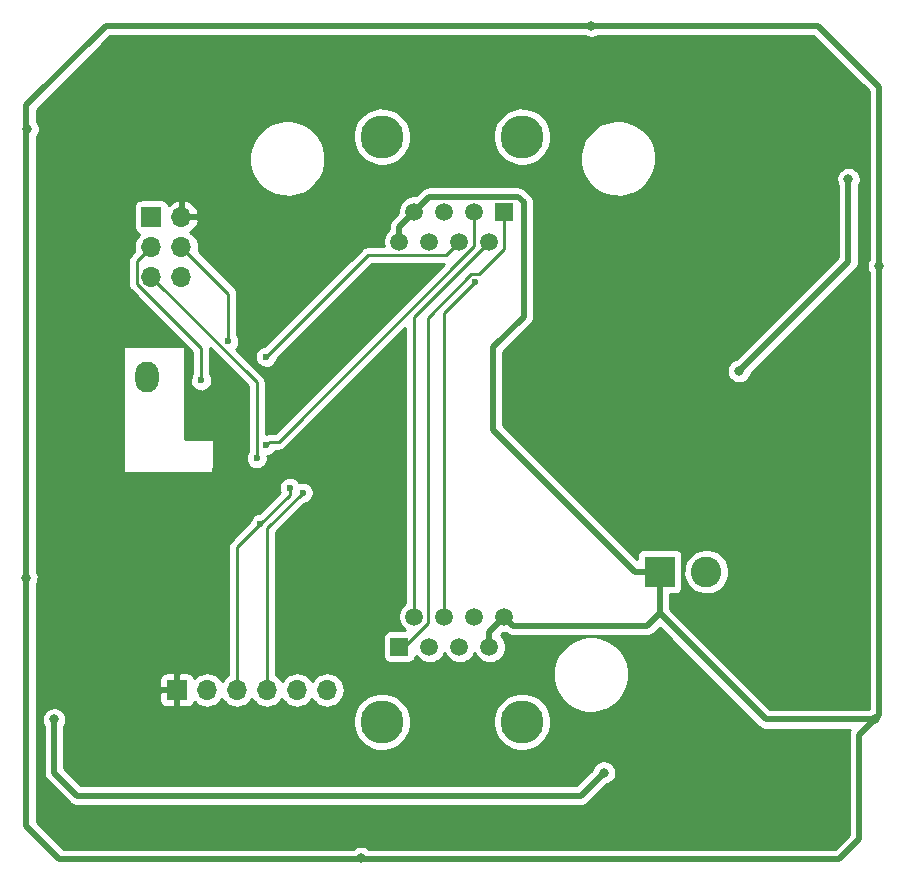
<source format=gbl>
G04 #@! TF.FileFunction,Copper,L2,Bot,Signal*
%FSLAX46Y46*%
G04 Gerber Fmt 4.6, Leading zero omitted, Abs format (unit mm)*
G04 Created by KiCad (PCBNEW 4.0.5) date Monday, April 17, 2017 'AMt' 08:56:10 AM*
%MOMM*%
%LPD*%
G01*
G04 APERTURE LIST*
%ADD10C,0.100000*%
%ADD11C,3.650000*%
%ADD12R,1.500000X1.500000*%
%ADD13C,1.500000*%
%ADD14O,2.000000X2.600000*%
%ADD15R,1.700000X1.700000*%
%ADD16O,1.700000X1.700000*%
%ADD17R,2.600000X2.600000*%
%ADD18C,2.600000*%
%ADD19C,0.600000*%
%ADD20C,0.800000*%
%ADD21C,0.500000*%
%ADD22C,0.250000*%
%ADD23C,0.254000*%
G04 APERTURE END LIST*
D10*
D11*
X132000000Y-63150000D03*
X143870000Y-63150000D03*
D12*
X142380000Y-69500000D03*
D13*
X141110000Y-72040000D03*
X139840000Y-69500000D03*
X138570000Y-72040000D03*
X137300000Y-69500000D03*
X136030000Y-72040000D03*
X134760000Y-69500000D03*
X133490000Y-72040000D03*
D14*
X112100000Y-83500000D03*
D11*
X143870000Y-112700000D03*
X132000000Y-112700000D03*
D12*
X133490000Y-106350000D03*
D13*
X134760000Y-103810000D03*
X136030000Y-106350000D03*
X137300000Y-103810000D03*
X138570000Y-106350000D03*
X139840000Y-103810000D03*
X141110000Y-106350000D03*
X142380000Y-103810000D03*
D15*
X112500000Y-69960000D03*
D16*
X115040000Y-69960000D03*
X112500000Y-72500000D03*
X115040000Y-72500000D03*
X112500000Y-75040000D03*
X115040000Y-75040000D03*
D15*
X114660000Y-110000000D03*
D16*
X117200000Y-110000000D03*
X119740000Y-110000000D03*
X122280000Y-110000000D03*
X124820000Y-110000000D03*
X127360000Y-110000000D03*
D17*
X155520000Y-99980000D03*
D18*
X159480000Y-99980000D03*
D19*
X127100000Y-87683473D03*
X157900000Y-92950000D03*
X117800000Y-86900000D03*
X127100000Y-101500000D03*
D20*
X173750000Y-112500000D03*
X149750000Y-53750000D03*
X101900000Y-100500000D03*
X102000000Y-62500000D03*
X130250000Y-124250000D03*
X174100000Y-74100000D03*
D19*
X139900000Y-75500000D03*
X122200000Y-81800000D03*
X122200000Y-89300000D03*
X121718357Y-95945572D03*
X124200000Y-92874989D03*
X125300000Y-93300000D03*
D20*
X162250000Y-83000000D03*
X171500000Y-66750000D03*
X104250000Y-112500000D03*
X150800000Y-117000000D03*
D19*
X121400000Y-90400000D03*
X119000000Y-80500000D03*
X116700000Y-83800000D03*
D21*
X133490000Y-72040000D02*
X133490000Y-70770000D01*
X133490000Y-70770000D02*
X134760000Y-69500000D01*
X173750000Y-112500000D02*
X164490000Y-112500000D01*
X164490000Y-112500000D02*
X155520000Y-103530000D01*
X141400000Y-87960000D02*
X153420000Y-99980000D01*
X153420000Y-99980000D02*
X155520000Y-99980000D01*
X142380000Y-103810000D02*
X143129999Y-104559999D01*
X143129999Y-104559999D02*
X154490001Y-104559999D01*
X154490001Y-104559999D02*
X155520000Y-103530000D01*
X155520000Y-99980000D02*
X155520000Y-103530000D01*
X101900000Y-109200000D02*
X101900000Y-100500000D01*
X101900000Y-100500000D02*
X101900000Y-64100000D01*
X144000000Y-68719998D02*
X144000000Y-78400000D01*
X144000000Y-78400000D02*
X141400000Y-81000000D01*
X134760000Y-69500000D02*
X136010001Y-68249999D01*
X136010001Y-68249999D02*
X143530001Y-68249999D01*
X143530001Y-68249999D02*
X144000000Y-68719998D01*
X174100000Y-58950000D02*
X168900000Y-53750000D01*
X168900000Y-53750000D02*
X146250000Y-53750000D01*
X174100000Y-74100000D02*
X174100000Y-58950000D01*
X101900000Y-60500000D02*
X108650000Y-53750000D01*
X108650000Y-53750000D02*
X146250000Y-53750000D01*
X101900000Y-64100000D02*
X101900000Y-60500000D01*
X104700000Y-124350000D02*
X101900000Y-121550000D01*
X101900000Y-121550000D02*
X101900000Y-109200000D01*
X129500000Y-124350000D02*
X104700000Y-124350000D01*
X172400000Y-115200000D02*
X172400000Y-122650000D01*
X172400000Y-122650000D02*
X170700000Y-124350000D01*
X129500000Y-124350000D02*
X170700000Y-124350000D01*
X174100000Y-112100000D02*
X174100000Y-74100000D01*
X172400000Y-113800000D02*
X174100000Y-112100000D01*
X172400000Y-115200000D02*
X172400000Y-113800000D01*
X141400000Y-81000000D02*
X141400000Y-87960000D01*
X141110000Y-106350000D02*
X141110000Y-105080000D01*
X141110000Y-105080000D02*
X142380000Y-103810000D01*
D22*
X133885002Y-106350000D02*
X133490000Y-106350000D01*
X135885001Y-104350001D02*
X133885002Y-106350000D01*
X135885001Y-78515995D02*
X135885001Y-104350001D01*
X139575998Y-74824998D02*
X135885001Y-78515995D01*
X140224002Y-74824998D02*
X139575998Y-74824998D01*
X142380000Y-72669000D02*
X140224002Y-74824998D01*
X142380000Y-69500000D02*
X142380000Y-72669000D01*
X134760000Y-78390000D02*
X141110000Y-72040000D01*
X134760000Y-103810000D02*
X134760000Y-78390000D01*
X137300000Y-103810000D02*
X137300000Y-78100000D01*
X137300000Y-78100000D02*
X139900000Y-75500000D01*
X122200000Y-81800000D02*
X130834999Y-73165001D01*
X137444999Y-73165001D02*
X138570000Y-72040000D01*
X130834999Y-73165001D02*
X137444999Y-73165001D01*
X122200000Y-89300000D02*
X122499999Y-89000001D01*
X122499999Y-89000001D02*
X123275001Y-89000001D01*
X123275001Y-89000001D02*
X139840000Y-72435002D01*
X139840000Y-72435002D02*
X139840000Y-69500000D01*
X119740000Y-110000000D02*
X119740000Y-97923929D01*
X124200000Y-92874989D02*
X124200000Y-93463929D01*
X124200000Y-93463929D02*
X121718357Y-95945572D01*
X119740000Y-97923929D02*
X121718357Y-95945572D01*
X122280000Y-110000000D02*
X122280000Y-96320000D01*
X122280000Y-96320000D02*
X125300000Y-93300000D01*
D21*
X171500000Y-66750000D02*
X171500000Y-73750000D01*
X171500000Y-73750000D02*
X162250000Y-83000000D01*
X104250000Y-112500000D02*
X104250000Y-117000000D01*
X104250000Y-117000000D02*
X106200000Y-118950000D01*
X148850000Y-118950000D02*
X106200000Y-118950000D01*
X148850000Y-118950000D02*
X150800000Y-117000000D01*
D22*
X112500000Y-75040000D02*
X121400000Y-83940000D01*
X121400000Y-83940000D02*
X121400000Y-90400000D01*
X119000000Y-80500000D02*
X119000000Y-76460000D01*
X119000000Y-76460000D02*
X115040000Y-72500000D01*
X116700000Y-83800000D02*
X116700000Y-81053002D01*
X116700000Y-81053002D02*
X111274999Y-75628001D01*
X111274999Y-75628001D02*
X111274999Y-73725001D01*
X111274999Y-73725001D02*
X112500000Y-72500000D01*
D23*
G36*
X149242622Y-54657846D02*
X149428620Y-54739106D01*
X149626859Y-54782692D01*
X149829788Y-54786943D01*
X150029679Y-54751697D01*
X150218916Y-54678296D01*
X150287140Y-54635000D01*
X168533420Y-54635000D01*
X173215000Y-59316579D01*
X173215000Y-73560466D01*
X173188634Y-73598972D01*
X173108674Y-73785533D01*
X173066473Y-73984071D01*
X173063639Y-74187026D01*
X173100280Y-74386665D01*
X173175000Y-74575386D01*
X173215000Y-74637454D01*
X173215000Y-111613133D01*
X173212147Y-111615000D01*
X164856579Y-111615000D01*
X156405000Y-103163420D01*
X156405000Y-101918072D01*
X156820000Y-101918072D01*
X156921121Y-101910008D01*
X157092634Y-101856894D01*
X157242559Y-101758100D01*
X157359025Y-101621450D01*
X157432810Y-101457763D01*
X157458072Y-101280000D01*
X157458072Y-100142700D01*
X157542456Y-100142700D01*
X157610958Y-100515939D01*
X157750652Y-100868764D01*
X157956215Y-101187737D01*
X158219820Y-101460707D01*
X158531424Y-101677277D01*
X158879159Y-101829199D01*
X159249780Y-101910685D01*
X159629170Y-101918632D01*
X160002878Y-101852738D01*
X160356670Y-101715511D01*
X160677069Y-101512179D01*
X160951873Y-101250487D01*
X161170614Y-100940402D01*
X161324959Y-100593736D01*
X161409031Y-100223693D01*
X161415083Y-99790263D01*
X161341377Y-99418017D01*
X161196771Y-99067177D01*
X160986773Y-98751106D01*
X160719384Y-98481843D01*
X160404786Y-98269644D01*
X160054964Y-98122592D01*
X159683241Y-98046288D01*
X159303777Y-98043639D01*
X158931026Y-98114745D01*
X158579184Y-98256899D01*
X158261655Y-98464684D01*
X157990532Y-98730188D01*
X157776142Y-99043296D01*
X157626651Y-99392083D01*
X157547754Y-99763264D01*
X157542456Y-100142700D01*
X157458072Y-100142700D01*
X157458072Y-98680000D01*
X157450008Y-98578879D01*
X157396894Y-98407366D01*
X157298100Y-98257441D01*
X157161450Y-98140975D01*
X156997763Y-98067190D01*
X156820000Y-98041928D01*
X154220000Y-98041928D01*
X154118879Y-98049992D01*
X153947366Y-98103106D01*
X153797441Y-98201900D01*
X153680975Y-98338550D01*
X153607190Y-98502237D01*
X153581928Y-98680000D01*
X153581928Y-98890349D01*
X142285000Y-87593420D01*
X142285000Y-83087026D01*
X161213639Y-83087026D01*
X161250280Y-83286665D01*
X161325000Y-83475386D01*
X161434953Y-83645999D01*
X161575950Y-83792006D01*
X161742622Y-83907846D01*
X161928620Y-83989106D01*
X162126859Y-84032692D01*
X162329788Y-84036943D01*
X162529679Y-84001697D01*
X162718916Y-83928296D01*
X162890293Y-83819537D01*
X163037281Y-83679563D01*
X163154282Y-83513703D01*
X163236839Y-83328278D01*
X163255518Y-83246062D01*
X172125789Y-74375790D01*
X172177669Y-74312630D01*
X172230225Y-74249996D01*
X172232468Y-74245915D01*
X172235420Y-74242322D01*
X172274013Y-74170347D01*
X172313435Y-74098639D01*
X172314844Y-74094198D01*
X172317040Y-74090102D01*
X172340921Y-74011994D01*
X172365661Y-73934002D01*
X172366180Y-73929375D01*
X172367540Y-73924927D01*
X172375795Y-73843651D01*
X172384914Y-73762357D01*
X172384977Y-73753254D01*
X172384994Y-73753090D01*
X172384980Y-73752937D01*
X172385000Y-73750000D01*
X172385000Y-67291037D01*
X172404282Y-67263703D01*
X172486839Y-67078278D01*
X172531807Y-66880348D01*
X172535044Y-66648513D01*
X172495620Y-66449405D01*
X172418273Y-66261746D01*
X172305948Y-66092684D01*
X172162926Y-65948660D01*
X171994653Y-65835158D01*
X171807539Y-65756503D01*
X171608710Y-65715689D01*
X171405741Y-65714272D01*
X171206363Y-65752306D01*
X171018168Y-65828341D01*
X170848327Y-65939482D01*
X170703308Y-66081496D01*
X170588634Y-66248972D01*
X170508674Y-66435533D01*
X170466473Y-66634071D01*
X170463639Y-66837026D01*
X170500280Y-67036665D01*
X170575000Y-67225386D01*
X170615000Y-67287454D01*
X170615000Y-73383421D01*
X162005485Y-81992935D01*
X161956363Y-82002306D01*
X161768168Y-82078341D01*
X161598327Y-82189482D01*
X161453308Y-82331496D01*
X161338634Y-82498972D01*
X161258674Y-82685533D01*
X161216473Y-82884071D01*
X161213639Y-83087026D01*
X142285000Y-83087026D01*
X142285000Y-81366580D01*
X144625789Y-79025790D01*
X144677691Y-78962603D01*
X144730225Y-78899996D01*
X144732466Y-78895919D01*
X144735421Y-78892322D01*
X144774034Y-78820308D01*
X144813435Y-78748639D01*
X144814844Y-78744198D01*
X144817040Y-78740102D01*
X144840917Y-78662006D01*
X144865661Y-78584002D01*
X144866180Y-78579374D01*
X144867540Y-78574926D01*
X144875795Y-78493656D01*
X144884914Y-78412357D01*
X144884977Y-78403254D01*
X144884994Y-78403090D01*
X144884980Y-78402937D01*
X144885000Y-78400000D01*
X144885000Y-68719998D01*
X144877023Y-68638642D01*
X144869898Y-68557202D01*
X144868599Y-68552731D01*
X144868145Y-68548101D01*
X144844525Y-68469867D01*
X144821710Y-68391338D01*
X144819568Y-68387205D01*
X144818223Y-68382751D01*
X144779865Y-68310610D01*
X144742224Y-68237992D01*
X144739318Y-68234352D01*
X144737135Y-68230246D01*
X144685493Y-68166927D01*
X144634466Y-68103007D01*
X144628077Y-68096528D01*
X144627970Y-68096397D01*
X144627849Y-68096297D01*
X144625790Y-68094209D01*
X144155791Y-67624209D01*
X144092575Y-67572283D01*
X144029997Y-67519774D01*
X144025920Y-67517533D01*
X144022323Y-67514578D01*
X143950293Y-67475956D01*
X143878640Y-67436564D01*
X143874201Y-67435156D01*
X143870102Y-67432958D01*
X143791975Y-67409072D01*
X143714003Y-67384338D01*
X143709375Y-67383819D01*
X143704927Y-67382459D01*
X143623662Y-67374205D01*
X143542358Y-67365085D01*
X143533254Y-67365022D01*
X143533090Y-67365005D01*
X143532937Y-67365019D01*
X143530001Y-67364999D01*
X136010001Y-67364999D01*
X135928600Y-67372981D01*
X135847204Y-67380102D01*
X135842737Y-67381400D01*
X135838104Y-67381854D01*
X135759853Y-67405479D01*
X135681340Y-67428289D01*
X135677206Y-67430432D01*
X135672754Y-67431776D01*
X135600631Y-67470124D01*
X135527995Y-67507775D01*
X135524355Y-67510681D01*
X135520249Y-67512864D01*
X135456930Y-67564506D01*
X135393010Y-67615533D01*
X135386531Y-67621922D01*
X135386400Y-67622029D01*
X135386300Y-67622150D01*
X135384211Y-67624210D01*
X134892588Y-68115833D01*
X134633867Y-68114027D01*
X134367065Y-68164922D01*
X134115230Y-68266670D01*
X133887955Y-68415395D01*
X133693895Y-68605432D01*
X133540443Y-68829543D01*
X133433444Y-69079192D01*
X133376972Y-69344869D01*
X133373180Y-69616455D01*
X133376093Y-69632327D01*
X132864210Y-70144210D01*
X132812284Y-70207426D01*
X132759775Y-70270004D01*
X132757534Y-70274081D01*
X132754579Y-70277678D01*
X132715957Y-70349708D01*
X132676565Y-70421361D01*
X132675157Y-70425800D01*
X132672959Y-70429899D01*
X132649073Y-70508026D01*
X132624339Y-70585998D01*
X132623820Y-70590626D01*
X132622460Y-70595074D01*
X132614206Y-70676339D01*
X132605086Y-70757643D01*
X132605023Y-70766747D01*
X132605006Y-70766911D01*
X132605020Y-70767064D01*
X132605000Y-70770000D01*
X132605000Y-70968081D01*
X132423895Y-71145432D01*
X132270443Y-71369543D01*
X132163444Y-71619192D01*
X132106972Y-71884869D01*
X132103180Y-72156455D01*
X132148797Y-72405001D01*
X130834999Y-72405001D01*
X130765118Y-72411853D01*
X130695196Y-72417970D01*
X130691358Y-72419085D01*
X130687381Y-72419475D01*
X130620211Y-72439755D01*
X130552760Y-72459351D01*
X130549209Y-72461192D01*
X130545386Y-72462346D01*
X130483425Y-72495291D01*
X130421074Y-72527611D01*
X130417951Y-72530104D01*
X130414421Y-72531981D01*
X130360012Y-72576356D01*
X130305153Y-72620149D01*
X130299593Y-72625632D01*
X130299477Y-72625727D01*
X130299388Y-72625835D01*
X130297598Y-72627600D01*
X122048128Y-80877070D01*
X121934733Y-80898701D01*
X121764722Y-80967390D01*
X121611291Y-81067793D01*
X121480283Y-81196086D01*
X121376689Y-81347381D01*
X121304454Y-81515916D01*
X121266331Y-81695272D01*
X121263771Y-81878617D01*
X121296872Y-82058968D01*
X121364372Y-82229454D01*
X121463701Y-82383583D01*
X121591076Y-82515484D01*
X121741644Y-82620131D01*
X121909671Y-82693540D01*
X122088757Y-82732915D01*
X122272079Y-82736755D01*
X122452657Y-82704914D01*
X122623610Y-82638606D01*
X122778429Y-82540355D01*
X122911215Y-82413904D01*
X123016911Y-82264070D01*
X123091492Y-82096560D01*
X123124786Y-81950016D01*
X131149801Y-73925001D01*
X137275199Y-73925001D01*
X122960199Y-88240001D01*
X122499999Y-88240001D01*
X122430118Y-88246853D01*
X122360196Y-88252970D01*
X122356358Y-88254085D01*
X122352381Y-88254475D01*
X122285211Y-88274755D01*
X122217760Y-88294351D01*
X122214209Y-88296192D01*
X122210386Y-88297346D01*
X122160000Y-88324137D01*
X122160000Y-83940000D01*
X122153148Y-83870119D01*
X122147031Y-83800197D01*
X122145916Y-83796359D01*
X122145526Y-83792382D01*
X122125246Y-83725212D01*
X122105650Y-83657761D01*
X122103809Y-83654210D01*
X122102655Y-83650387D01*
X122069710Y-83588426D01*
X122037390Y-83526075D01*
X122034897Y-83522952D01*
X122033020Y-83519422D01*
X121988645Y-83465013D01*
X121944852Y-83410154D01*
X121939369Y-83404594D01*
X121939274Y-83404478D01*
X121939166Y-83404389D01*
X121937401Y-83402599D01*
X119679197Y-81144395D01*
X119711215Y-81113904D01*
X119816911Y-80964070D01*
X119891492Y-80796560D01*
X119932116Y-80617754D01*
X119935040Y-80408319D01*
X119899425Y-80228448D01*
X119829550Y-80058920D01*
X119760000Y-79954238D01*
X119760000Y-76460000D01*
X119753148Y-76390119D01*
X119747031Y-76320197D01*
X119745916Y-76316359D01*
X119745526Y-76312382D01*
X119725246Y-76245212D01*
X119705650Y-76177761D01*
X119703809Y-76174210D01*
X119702655Y-76170387D01*
X119669710Y-76108426D01*
X119637390Y-76046075D01*
X119634897Y-76042952D01*
X119633020Y-76039422D01*
X119588645Y-75985013D01*
X119544852Y-75930154D01*
X119539369Y-75924594D01*
X119539274Y-75924478D01*
X119539166Y-75924389D01*
X119537401Y-75922599D01*
X116480946Y-72866144D01*
X116501854Y-72798601D01*
X116532149Y-72510367D01*
X116505882Y-72221739D01*
X116424053Y-71943709D01*
X116289780Y-71686869D01*
X116108177Y-71461000D01*
X115886161Y-71274706D01*
X115800111Y-71227400D01*
X115921355Y-71155178D01*
X116137588Y-70960269D01*
X116311641Y-70726920D01*
X116436825Y-70464099D01*
X116481476Y-70316890D01*
X116360155Y-70087000D01*
X115167000Y-70087000D01*
X115167000Y-70107000D01*
X114913000Y-70107000D01*
X114913000Y-70087000D01*
X114893000Y-70087000D01*
X114893000Y-69833000D01*
X114913000Y-69833000D01*
X114913000Y-68639186D01*
X115167000Y-68639186D01*
X115167000Y-69833000D01*
X116360155Y-69833000D01*
X116481476Y-69603110D01*
X116436825Y-69455901D01*
X116311641Y-69193080D01*
X116137588Y-68959731D01*
X115921355Y-68764822D01*
X115671252Y-68615843D01*
X115396891Y-68518519D01*
X115167000Y-68639186D01*
X114913000Y-68639186D01*
X114683109Y-68518519D01*
X114408748Y-68615843D01*
X114158645Y-68764822D01*
X113959905Y-68943963D01*
X113926894Y-68837366D01*
X113828100Y-68687441D01*
X113691450Y-68570975D01*
X113527763Y-68497190D01*
X113350000Y-68471928D01*
X111650000Y-68471928D01*
X111548879Y-68479992D01*
X111377366Y-68533106D01*
X111227441Y-68631900D01*
X111110975Y-68768550D01*
X111037190Y-68932237D01*
X111011928Y-69110000D01*
X111011928Y-70810000D01*
X111019992Y-70911121D01*
X111073106Y-71082634D01*
X111171900Y-71232559D01*
X111308550Y-71349025D01*
X111472237Y-71422810D01*
X111474776Y-71423171D01*
X111446433Y-71446287D01*
X111261694Y-71669599D01*
X111123848Y-71924539D01*
X111038146Y-72201399D01*
X111007851Y-72489633D01*
X111034118Y-72778261D01*
X111059772Y-72865426D01*
X110737598Y-73187600D01*
X110693031Y-73241856D01*
X110647913Y-73295626D01*
X110645988Y-73299127D01*
X110643451Y-73302216D01*
X110610286Y-73364068D01*
X110576456Y-73425605D01*
X110575247Y-73429417D01*
X110573360Y-73432936D01*
X110552847Y-73500032D01*
X110531607Y-73566988D01*
X110531161Y-73570960D01*
X110529993Y-73574782D01*
X110522896Y-73644650D01*
X110515073Y-73714390D01*
X110515019Y-73722195D01*
X110515003Y-73722348D01*
X110515017Y-73722491D01*
X110514999Y-73725001D01*
X110514999Y-75628001D01*
X110521850Y-75697878D01*
X110527968Y-75767804D01*
X110529083Y-75771642D01*
X110529473Y-75775619D01*
X110549763Y-75842822D01*
X110569350Y-75910241D01*
X110571189Y-75913789D01*
X110572344Y-75917614D01*
X110605298Y-75979592D01*
X110637609Y-76041926D01*
X110640102Y-76045049D01*
X110641979Y-76048579D01*
X110686354Y-76102988D01*
X110730147Y-76157847D01*
X110735630Y-76163407D01*
X110735725Y-76163523D01*
X110735833Y-76163612D01*
X110737598Y-76165402D01*
X115940000Y-81367804D01*
X115940000Y-83254918D01*
X115876689Y-83347381D01*
X115804454Y-83515916D01*
X115766331Y-83695272D01*
X115763771Y-83878617D01*
X115796872Y-84058968D01*
X115864372Y-84229454D01*
X115963701Y-84383583D01*
X116091076Y-84515484D01*
X116241644Y-84620131D01*
X116409671Y-84693540D01*
X116588757Y-84732915D01*
X116772079Y-84736755D01*
X116952657Y-84704914D01*
X117123610Y-84638606D01*
X117278429Y-84540355D01*
X117411215Y-84413904D01*
X117516911Y-84264070D01*
X117591492Y-84096560D01*
X117632116Y-83917754D01*
X117635040Y-83708319D01*
X117599425Y-83528448D01*
X117529550Y-83358920D01*
X117460000Y-83254238D01*
X117460000Y-81074802D01*
X120640000Y-84254802D01*
X120640000Y-89854918D01*
X120576689Y-89947381D01*
X120504454Y-90115916D01*
X120466331Y-90295272D01*
X120463771Y-90478617D01*
X120496872Y-90658968D01*
X120564372Y-90829454D01*
X120663701Y-90983583D01*
X120791076Y-91115484D01*
X120941644Y-91220131D01*
X121109671Y-91293540D01*
X121288757Y-91332915D01*
X121472079Y-91336755D01*
X121652657Y-91304914D01*
X121823610Y-91238606D01*
X121978429Y-91140355D01*
X122111215Y-91013904D01*
X122216911Y-90864070D01*
X122291492Y-90696560D01*
X122332116Y-90517754D01*
X122335040Y-90308319D01*
X122319224Y-90228442D01*
X122452657Y-90204914D01*
X122623610Y-90138606D01*
X122778429Y-90040355D01*
X122911215Y-89913904D01*
X123016911Y-89764070D01*
X123018723Y-89760001D01*
X123275001Y-89760001D01*
X123344878Y-89753150D01*
X123414804Y-89747032D01*
X123418642Y-89745917D01*
X123422619Y-89745527D01*
X123489822Y-89725237D01*
X123557241Y-89705650D01*
X123560789Y-89703811D01*
X123564614Y-89702656D01*
X123626592Y-89669702D01*
X123688926Y-89637391D01*
X123692049Y-89634898D01*
X123695579Y-89633021D01*
X123749988Y-89588646D01*
X123804847Y-89544853D01*
X123810407Y-89539370D01*
X123810523Y-89539275D01*
X123810612Y-89539167D01*
X123812402Y-89537402D01*
X134000000Y-79349804D01*
X134000000Y-102652075D01*
X133887955Y-102725395D01*
X133693895Y-102915432D01*
X133540443Y-103139543D01*
X133433444Y-103389192D01*
X133376972Y-103654869D01*
X133373180Y-103926455D01*
X133422211Y-104193605D01*
X133522198Y-104446144D01*
X133669333Y-104674452D01*
X133858011Y-104869834D01*
X133990517Y-104961928D01*
X132740000Y-104961928D01*
X132638879Y-104969992D01*
X132467366Y-105023106D01*
X132317441Y-105121900D01*
X132200975Y-105258550D01*
X132127190Y-105422237D01*
X132101928Y-105600000D01*
X132101928Y-107100000D01*
X132109992Y-107201121D01*
X132163106Y-107372634D01*
X132261900Y-107522559D01*
X132398550Y-107639025D01*
X132562237Y-107712810D01*
X132740000Y-107738072D01*
X134240000Y-107738072D01*
X134341121Y-107730008D01*
X134512634Y-107676894D01*
X134662559Y-107578100D01*
X134779025Y-107441450D01*
X134852810Y-107277763D01*
X134875814Y-107115890D01*
X134939333Y-107214452D01*
X135128011Y-107409834D01*
X135351045Y-107564847D01*
X135599941Y-107673586D01*
X135865217Y-107731911D01*
X136136770Y-107737599D01*
X136404256Y-107690434D01*
X136657487Y-107592213D01*
X136886817Y-107446675D01*
X137083511Y-107259366D01*
X137240077Y-107037419D01*
X137299583Y-106903767D01*
X137332198Y-106986144D01*
X137479333Y-107214452D01*
X137668011Y-107409834D01*
X137891045Y-107564847D01*
X138139941Y-107673586D01*
X138405217Y-107731911D01*
X138676770Y-107737599D01*
X138944256Y-107690434D01*
X139197487Y-107592213D01*
X139426817Y-107446675D01*
X139623511Y-107259366D01*
X139780077Y-107037419D01*
X139839583Y-106903767D01*
X139872198Y-106986144D01*
X140019333Y-107214452D01*
X140208011Y-107409834D01*
X140431045Y-107564847D01*
X140679941Y-107673586D01*
X140945217Y-107731911D01*
X141216770Y-107737599D01*
X141484256Y-107690434D01*
X141737487Y-107592213D01*
X141966817Y-107446675D01*
X142163511Y-107259366D01*
X142320077Y-107037419D01*
X142430552Y-106789289D01*
X142490727Y-106524426D01*
X142495059Y-106214194D01*
X142442303Y-105947754D01*
X142338799Y-105696636D01*
X142188491Y-105470404D01*
X142080213Y-105361367D01*
X142248962Y-105192618D01*
X142486770Y-105197599D01*
X142512965Y-105192980D01*
X142567401Y-105237695D01*
X142630003Y-105290224D01*
X142634080Y-105292465D01*
X142637677Y-105295420D01*
X142709707Y-105334042D01*
X142781360Y-105373434D01*
X142785799Y-105374842D01*
X142789898Y-105377040D01*
X142868025Y-105400926D01*
X142945997Y-105425660D01*
X142950625Y-105426179D01*
X142955073Y-105427539D01*
X143036383Y-105435798D01*
X143117642Y-105444913D01*
X143126736Y-105444976D01*
X143126910Y-105444994D01*
X143127073Y-105444979D01*
X143129999Y-105444999D01*
X154490001Y-105444999D01*
X154571357Y-105437022D01*
X154652797Y-105429897D01*
X154657268Y-105428598D01*
X154661898Y-105428144D01*
X154740132Y-105404524D01*
X154818661Y-105381709D01*
X154822794Y-105379567D01*
X154827248Y-105378222D01*
X154899389Y-105339864D01*
X154972007Y-105302223D01*
X154975647Y-105299317D01*
X154979753Y-105297134D01*
X155043072Y-105245492D01*
X155106992Y-105194465D01*
X155113475Y-105188072D01*
X155113602Y-105187969D01*
X155113699Y-105187852D01*
X155115791Y-105185789D01*
X155520000Y-104781580D01*
X163864211Y-113125790D01*
X163927380Y-113177677D01*
X163990004Y-113230225D01*
X163994084Y-113232468D01*
X163997679Y-113235421D01*
X164069687Y-113274032D01*
X164141361Y-113313435D01*
X164145800Y-113314843D01*
X164149899Y-113317041D01*
X164228026Y-113340927D01*
X164305998Y-113365661D01*
X164310626Y-113366180D01*
X164315074Y-113367540D01*
X164396384Y-113375799D01*
X164477643Y-113384914D01*
X164486737Y-113384977D01*
X164486911Y-113384995D01*
X164487074Y-113384980D01*
X164490000Y-113385000D01*
X171623048Y-113385000D01*
X171586565Y-113451361D01*
X171585157Y-113455800D01*
X171582959Y-113459899D01*
X171559073Y-113538026D01*
X171534339Y-113615998D01*
X171533820Y-113620626D01*
X171532460Y-113625074D01*
X171524206Y-113706339D01*
X171515086Y-113787643D01*
X171515023Y-113796747D01*
X171515006Y-113796911D01*
X171515020Y-113797064D01*
X171515000Y-113800000D01*
X171515000Y-122283421D01*
X170333420Y-123465000D01*
X130929152Y-123465000D01*
X130912926Y-123448660D01*
X130744653Y-123335158D01*
X130557539Y-123256503D01*
X130358710Y-123215689D01*
X130155741Y-123214272D01*
X129956363Y-123252306D01*
X129768168Y-123328341D01*
X129598327Y-123439482D01*
X129572269Y-123465000D01*
X105066579Y-123465000D01*
X102785000Y-121183420D01*
X102785000Y-112587026D01*
X103213639Y-112587026D01*
X103250280Y-112786665D01*
X103325000Y-112975386D01*
X103365000Y-113037454D01*
X103365000Y-117000000D01*
X103372977Y-117081356D01*
X103380102Y-117162796D01*
X103381401Y-117167267D01*
X103381855Y-117171897D01*
X103405475Y-117250131D01*
X103428290Y-117328660D01*
X103430432Y-117332793D01*
X103431777Y-117337247D01*
X103470135Y-117409388D01*
X103507776Y-117482006D01*
X103510682Y-117485646D01*
X103512865Y-117489752D01*
X103564507Y-117553071D01*
X103615534Y-117616991D01*
X103621927Y-117623474D01*
X103622030Y-117623601D01*
X103622147Y-117623698D01*
X103624210Y-117625790D01*
X105574210Y-119575789D01*
X105637370Y-119627669D01*
X105700004Y-119680225D01*
X105704085Y-119682468D01*
X105707678Y-119685420D01*
X105779653Y-119724013D01*
X105851361Y-119763435D01*
X105855802Y-119764844D01*
X105859898Y-119767040D01*
X105938006Y-119790921D01*
X106015998Y-119815661D01*
X106020625Y-119816180D01*
X106025073Y-119817540D01*
X106106349Y-119825795D01*
X106187643Y-119834914D01*
X106196746Y-119834977D01*
X106196910Y-119834994D01*
X106197063Y-119834980D01*
X106200000Y-119835000D01*
X148850000Y-119835000D01*
X148931356Y-119827023D01*
X149012796Y-119819898D01*
X149017267Y-119818599D01*
X149021897Y-119818145D01*
X149100131Y-119794525D01*
X149178660Y-119771710D01*
X149182793Y-119769568D01*
X149187247Y-119768223D01*
X149259388Y-119729865D01*
X149332006Y-119692224D01*
X149335646Y-119689318D01*
X149339752Y-119687135D01*
X149403071Y-119635493D01*
X149466991Y-119584466D01*
X149473474Y-119578073D01*
X149473601Y-119577970D01*
X149473698Y-119577853D01*
X149475790Y-119575790D01*
X151043504Y-118008076D01*
X151079679Y-118001697D01*
X151268916Y-117928296D01*
X151440293Y-117819537D01*
X151587281Y-117679563D01*
X151704282Y-117513703D01*
X151786839Y-117328278D01*
X151831807Y-117130348D01*
X151835044Y-116898513D01*
X151795620Y-116699405D01*
X151718273Y-116511746D01*
X151605948Y-116342684D01*
X151462926Y-116198660D01*
X151294653Y-116085158D01*
X151107539Y-116006503D01*
X150908710Y-115965689D01*
X150705741Y-115964272D01*
X150506363Y-116002306D01*
X150318168Y-116078341D01*
X150148327Y-116189482D01*
X150003308Y-116331496D01*
X149888634Y-116498972D01*
X149808674Y-116685533D01*
X149794040Y-116754381D01*
X148483420Y-118065000D01*
X106566579Y-118065000D01*
X105135000Y-116633420D01*
X105135000Y-113041037D01*
X105154282Y-113013703D01*
X105201858Y-112906844D01*
X129536766Y-112906844D01*
X129623854Y-113381349D01*
X129801449Y-113829902D01*
X130062786Y-114235417D01*
X130397910Y-114582449D01*
X130794058Y-114857779D01*
X131236140Y-115050919D01*
X131707317Y-115154514D01*
X132189642Y-115164618D01*
X132664744Y-115080844D01*
X133114526Y-114906386D01*
X133521855Y-114647886D01*
X133871218Y-114315192D01*
X134149307Y-113920976D01*
X134345529Y-113480254D01*
X134452411Y-113009812D01*
X134453848Y-112906844D01*
X141406766Y-112906844D01*
X141493854Y-113381349D01*
X141671449Y-113829902D01*
X141932786Y-114235417D01*
X142267910Y-114582449D01*
X142664058Y-114857779D01*
X143106140Y-115050919D01*
X143577317Y-115154514D01*
X144059642Y-115164618D01*
X144534744Y-115080844D01*
X144984526Y-114906386D01*
X145391855Y-114647886D01*
X145741218Y-114315192D01*
X146019307Y-113920976D01*
X146215529Y-113480254D01*
X146322411Y-113009812D01*
X146330106Y-112458785D01*
X146236401Y-111985541D01*
X146052561Y-111539512D01*
X145785588Y-111137685D01*
X145445650Y-110795366D01*
X145045697Y-110525594D01*
X144600962Y-110338645D01*
X144128384Y-110241638D01*
X143645965Y-110238270D01*
X143172079Y-110328669D01*
X142724777Y-110509391D01*
X142321096Y-110773552D01*
X141976412Y-111111091D01*
X141703855Y-111509152D01*
X141513805Y-111952571D01*
X141413502Y-112424460D01*
X141406766Y-112906844D01*
X134453848Y-112906844D01*
X134460106Y-112458785D01*
X134366401Y-111985541D01*
X134182561Y-111539512D01*
X133915588Y-111137685D01*
X133575650Y-110795366D01*
X133175697Y-110525594D01*
X132730962Y-110338645D01*
X132258384Y-110241638D01*
X131775965Y-110238270D01*
X131302079Y-110328669D01*
X130854777Y-110509391D01*
X130451096Y-110773552D01*
X130106412Y-111111091D01*
X129833855Y-111509152D01*
X129643805Y-111952571D01*
X129543502Y-112424460D01*
X129536766Y-112906844D01*
X105201858Y-112906844D01*
X105236839Y-112828278D01*
X105281807Y-112630348D01*
X105285044Y-112398513D01*
X105245620Y-112199405D01*
X105168273Y-112011746D01*
X105055948Y-111842684D01*
X104912926Y-111698660D01*
X104744653Y-111585158D01*
X104557539Y-111506503D01*
X104358710Y-111465689D01*
X104155741Y-111464272D01*
X103956363Y-111502306D01*
X103768168Y-111578341D01*
X103598327Y-111689482D01*
X103453308Y-111831496D01*
X103338634Y-111998972D01*
X103258674Y-112185533D01*
X103216473Y-112384071D01*
X103213639Y-112587026D01*
X102785000Y-112587026D01*
X102785000Y-110285750D01*
X113175000Y-110285750D01*
X113175000Y-110912542D01*
X113199403Y-111035223D01*
X113247270Y-111150785D01*
X113316763Y-111254789D01*
X113405211Y-111343237D01*
X113509215Y-111412730D01*
X113624777Y-111460597D01*
X113747458Y-111485000D01*
X114374250Y-111485000D01*
X114533000Y-111326250D01*
X114533000Y-110127000D01*
X113333750Y-110127000D01*
X113175000Y-110285750D01*
X102785000Y-110285750D01*
X102785000Y-109087458D01*
X113175000Y-109087458D01*
X113175000Y-109714250D01*
X113333750Y-109873000D01*
X114533000Y-109873000D01*
X114533000Y-108673750D01*
X114787000Y-108673750D01*
X114787000Y-109873000D01*
X114807000Y-109873000D01*
X114807000Y-110127000D01*
X114787000Y-110127000D01*
X114787000Y-111326250D01*
X114945750Y-111485000D01*
X115572542Y-111485000D01*
X115695223Y-111460597D01*
X115810785Y-111412730D01*
X115914789Y-111343237D01*
X116003237Y-111254789D01*
X116072730Y-111150785D01*
X116120597Y-111035223D01*
X116122701Y-111024647D01*
X116146287Y-111053567D01*
X116369599Y-111238306D01*
X116624539Y-111376152D01*
X116901399Y-111461854D01*
X117189633Y-111492149D01*
X117478261Y-111465882D01*
X117756291Y-111384053D01*
X118013131Y-111249780D01*
X118239000Y-111068177D01*
X118425294Y-110846161D01*
X118469498Y-110765753D01*
X118503112Y-110828971D01*
X118686287Y-111053567D01*
X118909599Y-111238306D01*
X119164539Y-111376152D01*
X119441399Y-111461854D01*
X119729633Y-111492149D01*
X120018261Y-111465882D01*
X120296291Y-111384053D01*
X120553131Y-111249780D01*
X120779000Y-111068177D01*
X120965294Y-110846161D01*
X121009498Y-110765753D01*
X121043112Y-110828971D01*
X121226287Y-111053567D01*
X121449599Y-111238306D01*
X121704539Y-111376152D01*
X121981399Y-111461854D01*
X122269633Y-111492149D01*
X122558261Y-111465882D01*
X122836291Y-111384053D01*
X123093131Y-111249780D01*
X123319000Y-111068177D01*
X123505294Y-110846161D01*
X123549498Y-110765753D01*
X123583112Y-110828971D01*
X123766287Y-111053567D01*
X123989599Y-111238306D01*
X124244539Y-111376152D01*
X124521399Y-111461854D01*
X124809633Y-111492149D01*
X125098261Y-111465882D01*
X125376291Y-111384053D01*
X125633131Y-111249780D01*
X125859000Y-111068177D01*
X126045294Y-110846161D01*
X126089498Y-110765753D01*
X126123112Y-110828971D01*
X126306287Y-111053567D01*
X126529599Y-111238306D01*
X126784539Y-111376152D01*
X127061399Y-111461854D01*
X127349633Y-111492149D01*
X127638261Y-111465882D01*
X127916291Y-111384053D01*
X128173131Y-111249780D01*
X128399000Y-111068177D01*
X128585294Y-110846161D01*
X128724916Y-110592189D01*
X128812549Y-110315934D01*
X128844855Y-110027919D01*
X128845000Y-110007185D01*
X128845000Y-109992815D01*
X128816718Y-109704377D01*
X128732951Y-109426925D01*
X128596888Y-109171029D01*
X128434023Y-108971335D01*
X146468758Y-108971335D01*
X146582999Y-109593786D01*
X146815966Y-110182192D01*
X147158785Y-110714142D01*
X147598397Y-111169375D01*
X148118059Y-111530549D01*
X148697977Y-111783909D01*
X149316062Y-111919804D01*
X149948770Y-111933057D01*
X150572003Y-111823164D01*
X151162022Y-111594311D01*
X151696353Y-111255215D01*
X152154643Y-110818791D01*
X152519436Y-110301663D01*
X152776839Y-109723528D01*
X152917045Y-109106407D01*
X152927138Y-108383576D01*
X152804218Y-107762781D01*
X152563058Y-107177685D01*
X152212846Y-106650573D01*
X151766920Y-106201523D01*
X151242266Y-105847639D01*
X150658867Y-105602401D01*
X150038945Y-105475149D01*
X149406114Y-105470731D01*
X148784476Y-105589315D01*
X148197710Y-105826384D01*
X147668166Y-106172908D01*
X147216014Y-106615688D01*
X146858476Y-107137859D01*
X146609171Y-107719531D01*
X146477594Y-108338549D01*
X146468758Y-108971335D01*
X128434023Y-108971335D01*
X128413713Y-108946433D01*
X128190401Y-108761694D01*
X127935461Y-108623848D01*
X127658601Y-108538146D01*
X127370367Y-108507851D01*
X127081739Y-108534118D01*
X126803709Y-108615947D01*
X126546869Y-108750220D01*
X126321000Y-108931823D01*
X126134706Y-109153839D01*
X126090502Y-109234247D01*
X126056888Y-109171029D01*
X125873713Y-108946433D01*
X125650401Y-108761694D01*
X125395461Y-108623848D01*
X125118601Y-108538146D01*
X124830367Y-108507851D01*
X124541739Y-108534118D01*
X124263709Y-108615947D01*
X124006869Y-108750220D01*
X123781000Y-108931823D01*
X123594706Y-109153839D01*
X123550502Y-109234247D01*
X123516888Y-109171029D01*
X123333713Y-108946433D01*
X123110401Y-108761694D01*
X123040000Y-108723628D01*
X123040000Y-96634802D01*
X125452169Y-94222633D01*
X125552657Y-94204914D01*
X125723610Y-94138606D01*
X125878429Y-94040355D01*
X126011215Y-93913904D01*
X126116911Y-93764070D01*
X126191492Y-93596560D01*
X126232116Y-93417754D01*
X126235040Y-93208319D01*
X126199425Y-93028448D01*
X126129550Y-92858920D01*
X126028079Y-92706193D01*
X125898875Y-92576084D01*
X125746860Y-92473549D01*
X125577825Y-92402493D01*
X125398207Y-92365623D01*
X125214849Y-92364343D01*
X125034733Y-92398701D01*
X125012205Y-92407803D01*
X124928079Y-92281182D01*
X124798875Y-92151073D01*
X124646860Y-92048538D01*
X124477825Y-91977482D01*
X124298207Y-91940612D01*
X124114849Y-91939332D01*
X123934733Y-91973690D01*
X123764722Y-92042379D01*
X123611291Y-92142782D01*
X123480283Y-92271075D01*
X123376689Y-92422370D01*
X123304454Y-92590905D01*
X123266331Y-92770261D01*
X123263771Y-92953606D01*
X123296872Y-93133957D01*
X123341770Y-93247357D01*
X121566485Y-95022642D01*
X121453090Y-95044273D01*
X121283079Y-95112962D01*
X121129648Y-95213365D01*
X120998640Y-95341658D01*
X120895046Y-95492953D01*
X120822811Y-95661488D01*
X120794515Y-95794612D01*
X119202599Y-97386528D01*
X119158032Y-97440784D01*
X119112914Y-97494554D01*
X119110989Y-97498055D01*
X119108452Y-97501144D01*
X119075287Y-97562996D01*
X119041457Y-97624533D01*
X119040248Y-97628345D01*
X119038361Y-97631864D01*
X119017848Y-97698960D01*
X118996608Y-97765916D01*
X118996162Y-97769888D01*
X118994994Y-97773710D01*
X118987897Y-97843578D01*
X118980074Y-97913318D01*
X118980020Y-97921123D01*
X118980004Y-97921276D01*
X118980018Y-97921419D01*
X118980000Y-97923929D01*
X118980000Y-108722444D01*
X118926869Y-108750220D01*
X118701000Y-108931823D01*
X118514706Y-109153839D01*
X118470502Y-109234247D01*
X118436888Y-109171029D01*
X118253713Y-108946433D01*
X118030401Y-108761694D01*
X117775461Y-108623848D01*
X117498601Y-108538146D01*
X117210367Y-108507851D01*
X116921739Y-108534118D01*
X116643709Y-108615947D01*
X116386869Y-108750220D01*
X116161000Y-108931823D01*
X116123041Y-108977061D01*
X116120597Y-108964777D01*
X116072730Y-108849215D01*
X116003237Y-108745211D01*
X115914789Y-108656763D01*
X115810785Y-108587270D01*
X115695223Y-108539403D01*
X115572542Y-108515000D01*
X114945750Y-108515000D01*
X114787000Y-108673750D01*
X114533000Y-108673750D01*
X114374250Y-108515000D01*
X113747458Y-108515000D01*
X113624777Y-108539403D01*
X113509215Y-108587270D01*
X113405211Y-108656763D01*
X113316763Y-108745211D01*
X113247270Y-108849215D01*
X113199403Y-108964777D01*
X113175000Y-109087458D01*
X102785000Y-109087458D01*
X102785000Y-101041037D01*
X102804282Y-101013703D01*
X102886839Y-100828278D01*
X102931807Y-100630348D01*
X102935044Y-100398513D01*
X102895620Y-100199405D01*
X102818273Y-100011746D01*
X102785000Y-99961666D01*
X102785000Y-81000000D01*
X110123000Y-81000000D01*
X110123000Y-91500000D01*
X110131601Y-91545942D01*
X110158803Y-91588386D01*
X110200375Y-91616903D01*
X110249767Y-91627000D01*
X117594296Y-91640473D01*
X117624203Y-91636958D01*
X117669908Y-91615684D01*
X117703735Y-91578304D01*
X117720354Y-91530709D01*
X117820354Y-90800709D01*
X117821529Y-90783473D01*
X117821529Y-88883473D01*
X117812721Y-88837002D01*
X117785330Y-88794680D01*
X117743630Y-88766349D01*
X117694194Y-88756473D01*
X115347000Y-88762664D01*
X115347000Y-81020000D01*
X115338499Y-80974317D01*
X115311390Y-80931814D01*
X115269881Y-80903206D01*
X115220511Y-80893001D01*
X110250511Y-80873001D01*
X110203841Y-80881685D01*
X110161447Y-80908965D01*
X110133006Y-80950590D01*
X110123000Y-81000000D01*
X102785000Y-81000000D01*
X102785000Y-65271335D01*
X120768758Y-65271335D01*
X120882999Y-65893786D01*
X121115966Y-66482192D01*
X121458785Y-67014142D01*
X121898397Y-67469375D01*
X122418059Y-67830549D01*
X122997977Y-68083909D01*
X123616062Y-68219804D01*
X124248770Y-68233057D01*
X124872003Y-68123164D01*
X125462022Y-67894311D01*
X125996353Y-67555215D01*
X126454643Y-67118791D01*
X126819436Y-66601663D01*
X127076839Y-66023528D01*
X127217045Y-65406407D01*
X127227138Y-64683576D01*
X127104218Y-64062781D01*
X126863058Y-63477685D01*
X126782772Y-63356844D01*
X129536766Y-63356844D01*
X129623854Y-63831349D01*
X129801449Y-64279902D01*
X130062786Y-64685417D01*
X130397910Y-65032449D01*
X130794058Y-65307779D01*
X131236140Y-65500919D01*
X131707317Y-65604514D01*
X132189642Y-65614618D01*
X132664744Y-65530844D01*
X133114526Y-65356386D01*
X133521855Y-65097886D01*
X133871218Y-64765192D01*
X134149307Y-64370976D01*
X134345529Y-63930254D01*
X134452411Y-63459812D01*
X134453848Y-63356844D01*
X141406766Y-63356844D01*
X141493854Y-63831349D01*
X141671449Y-64279902D01*
X141932786Y-64685417D01*
X142267910Y-65032449D01*
X142664058Y-65307779D01*
X143106140Y-65500919D01*
X143577317Y-65604514D01*
X144059642Y-65614618D01*
X144534744Y-65530844D01*
X144984526Y-65356386D01*
X145118544Y-65271335D01*
X148768758Y-65271335D01*
X148882999Y-65893786D01*
X149115966Y-66482192D01*
X149458785Y-67014142D01*
X149898397Y-67469375D01*
X150418059Y-67830549D01*
X150997977Y-68083909D01*
X151616062Y-68219804D01*
X152248770Y-68233057D01*
X152872003Y-68123164D01*
X153462022Y-67894311D01*
X153996353Y-67555215D01*
X154454643Y-67118791D01*
X154819436Y-66601663D01*
X155076839Y-66023528D01*
X155217045Y-65406407D01*
X155227138Y-64683576D01*
X155104218Y-64062781D01*
X154863058Y-63477685D01*
X154512846Y-62950573D01*
X154066920Y-62501523D01*
X153542266Y-62147639D01*
X152958867Y-61902401D01*
X152338945Y-61775149D01*
X151706114Y-61770731D01*
X151084476Y-61889315D01*
X150497710Y-62126384D01*
X149968166Y-62472908D01*
X149516014Y-62915688D01*
X149158476Y-63437859D01*
X148909171Y-64019531D01*
X148777594Y-64638549D01*
X148768758Y-65271335D01*
X145118544Y-65271335D01*
X145391855Y-65097886D01*
X145741218Y-64765192D01*
X146019307Y-64370976D01*
X146215529Y-63930254D01*
X146322411Y-63459812D01*
X146330106Y-62908785D01*
X146236401Y-62435541D01*
X146052561Y-61989512D01*
X145785588Y-61587685D01*
X145445650Y-61245366D01*
X145045697Y-60975594D01*
X144600962Y-60788645D01*
X144128384Y-60691638D01*
X143645965Y-60688270D01*
X143172079Y-60778669D01*
X142724777Y-60959391D01*
X142321096Y-61223552D01*
X141976412Y-61561091D01*
X141703855Y-61959152D01*
X141513805Y-62402571D01*
X141413502Y-62874460D01*
X141406766Y-63356844D01*
X134453848Y-63356844D01*
X134460106Y-62908785D01*
X134366401Y-62435541D01*
X134182561Y-61989512D01*
X133915588Y-61587685D01*
X133575650Y-61245366D01*
X133175697Y-60975594D01*
X132730962Y-60788645D01*
X132258384Y-60691638D01*
X131775965Y-60688270D01*
X131302079Y-60778669D01*
X130854777Y-60959391D01*
X130451096Y-61223552D01*
X130106412Y-61561091D01*
X129833855Y-61959152D01*
X129643805Y-62402571D01*
X129543502Y-62874460D01*
X129536766Y-63356844D01*
X126782772Y-63356844D01*
X126512846Y-62950573D01*
X126066920Y-62501523D01*
X125542266Y-62147639D01*
X124958867Y-61902401D01*
X124338945Y-61775149D01*
X123706114Y-61770731D01*
X123084476Y-61889315D01*
X122497710Y-62126384D01*
X121968166Y-62472908D01*
X121516014Y-62915688D01*
X121158476Y-63437859D01*
X120909171Y-64019531D01*
X120777594Y-64638549D01*
X120768758Y-65271335D01*
X102785000Y-65271335D01*
X102785000Y-63181735D01*
X102787281Y-63179563D01*
X102904282Y-63013703D01*
X102986839Y-62828278D01*
X103031807Y-62630348D01*
X103035044Y-62398513D01*
X102995620Y-62199405D01*
X102918273Y-62011746D01*
X102805948Y-61842684D01*
X102785000Y-61821589D01*
X102785000Y-60866580D01*
X109016579Y-54635000D01*
X149209751Y-54635000D01*
X149242622Y-54657846D01*
X149242622Y-54657846D01*
G37*
X149242622Y-54657846D02*
X149428620Y-54739106D01*
X149626859Y-54782692D01*
X149829788Y-54786943D01*
X150029679Y-54751697D01*
X150218916Y-54678296D01*
X150287140Y-54635000D01*
X168533420Y-54635000D01*
X173215000Y-59316579D01*
X173215000Y-73560466D01*
X173188634Y-73598972D01*
X173108674Y-73785533D01*
X173066473Y-73984071D01*
X173063639Y-74187026D01*
X173100280Y-74386665D01*
X173175000Y-74575386D01*
X173215000Y-74637454D01*
X173215000Y-111613133D01*
X173212147Y-111615000D01*
X164856579Y-111615000D01*
X156405000Y-103163420D01*
X156405000Y-101918072D01*
X156820000Y-101918072D01*
X156921121Y-101910008D01*
X157092634Y-101856894D01*
X157242559Y-101758100D01*
X157359025Y-101621450D01*
X157432810Y-101457763D01*
X157458072Y-101280000D01*
X157458072Y-100142700D01*
X157542456Y-100142700D01*
X157610958Y-100515939D01*
X157750652Y-100868764D01*
X157956215Y-101187737D01*
X158219820Y-101460707D01*
X158531424Y-101677277D01*
X158879159Y-101829199D01*
X159249780Y-101910685D01*
X159629170Y-101918632D01*
X160002878Y-101852738D01*
X160356670Y-101715511D01*
X160677069Y-101512179D01*
X160951873Y-101250487D01*
X161170614Y-100940402D01*
X161324959Y-100593736D01*
X161409031Y-100223693D01*
X161415083Y-99790263D01*
X161341377Y-99418017D01*
X161196771Y-99067177D01*
X160986773Y-98751106D01*
X160719384Y-98481843D01*
X160404786Y-98269644D01*
X160054964Y-98122592D01*
X159683241Y-98046288D01*
X159303777Y-98043639D01*
X158931026Y-98114745D01*
X158579184Y-98256899D01*
X158261655Y-98464684D01*
X157990532Y-98730188D01*
X157776142Y-99043296D01*
X157626651Y-99392083D01*
X157547754Y-99763264D01*
X157542456Y-100142700D01*
X157458072Y-100142700D01*
X157458072Y-98680000D01*
X157450008Y-98578879D01*
X157396894Y-98407366D01*
X157298100Y-98257441D01*
X157161450Y-98140975D01*
X156997763Y-98067190D01*
X156820000Y-98041928D01*
X154220000Y-98041928D01*
X154118879Y-98049992D01*
X153947366Y-98103106D01*
X153797441Y-98201900D01*
X153680975Y-98338550D01*
X153607190Y-98502237D01*
X153581928Y-98680000D01*
X153581928Y-98890349D01*
X142285000Y-87593420D01*
X142285000Y-83087026D01*
X161213639Y-83087026D01*
X161250280Y-83286665D01*
X161325000Y-83475386D01*
X161434953Y-83645999D01*
X161575950Y-83792006D01*
X161742622Y-83907846D01*
X161928620Y-83989106D01*
X162126859Y-84032692D01*
X162329788Y-84036943D01*
X162529679Y-84001697D01*
X162718916Y-83928296D01*
X162890293Y-83819537D01*
X163037281Y-83679563D01*
X163154282Y-83513703D01*
X163236839Y-83328278D01*
X163255518Y-83246062D01*
X172125789Y-74375790D01*
X172177669Y-74312630D01*
X172230225Y-74249996D01*
X172232468Y-74245915D01*
X172235420Y-74242322D01*
X172274013Y-74170347D01*
X172313435Y-74098639D01*
X172314844Y-74094198D01*
X172317040Y-74090102D01*
X172340921Y-74011994D01*
X172365661Y-73934002D01*
X172366180Y-73929375D01*
X172367540Y-73924927D01*
X172375795Y-73843651D01*
X172384914Y-73762357D01*
X172384977Y-73753254D01*
X172384994Y-73753090D01*
X172384980Y-73752937D01*
X172385000Y-73750000D01*
X172385000Y-67291037D01*
X172404282Y-67263703D01*
X172486839Y-67078278D01*
X172531807Y-66880348D01*
X172535044Y-66648513D01*
X172495620Y-66449405D01*
X172418273Y-66261746D01*
X172305948Y-66092684D01*
X172162926Y-65948660D01*
X171994653Y-65835158D01*
X171807539Y-65756503D01*
X171608710Y-65715689D01*
X171405741Y-65714272D01*
X171206363Y-65752306D01*
X171018168Y-65828341D01*
X170848327Y-65939482D01*
X170703308Y-66081496D01*
X170588634Y-66248972D01*
X170508674Y-66435533D01*
X170466473Y-66634071D01*
X170463639Y-66837026D01*
X170500280Y-67036665D01*
X170575000Y-67225386D01*
X170615000Y-67287454D01*
X170615000Y-73383421D01*
X162005485Y-81992935D01*
X161956363Y-82002306D01*
X161768168Y-82078341D01*
X161598327Y-82189482D01*
X161453308Y-82331496D01*
X161338634Y-82498972D01*
X161258674Y-82685533D01*
X161216473Y-82884071D01*
X161213639Y-83087026D01*
X142285000Y-83087026D01*
X142285000Y-81366580D01*
X144625789Y-79025790D01*
X144677691Y-78962603D01*
X144730225Y-78899996D01*
X144732466Y-78895919D01*
X144735421Y-78892322D01*
X144774034Y-78820308D01*
X144813435Y-78748639D01*
X144814844Y-78744198D01*
X144817040Y-78740102D01*
X144840917Y-78662006D01*
X144865661Y-78584002D01*
X144866180Y-78579374D01*
X144867540Y-78574926D01*
X144875795Y-78493656D01*
X144884914Y-78412357D01*
X144884977Y-78403254D01*
X144884994Y-78403090D01*
X144884980Y-78402937D01*
X144885000Y-78400000D01*
X144885000Y-68719998D01*
X144877023Y-68638642D01*
X144869898Y-68557202D01*
X144868599Y-68552731D01*
X144868145Y-68548101D01*
X144844525Y-68469867D01*
X144821710Y-68391338D01*
X144819568Y-68387205D01*
X144818223Y-68382751D01*
X144779865Y-68310610D01*
X144742224Y-68237992D01*
X144739318Y-68234352D01*
X144737135Y-68230246D01*
X144685493Y-68166927D01*
X144634466Y-68103007D01*
X144628077Y-68096528D01*
X144627970Y-68096397D01*
X144627849Y-68096297D01*
X144625790Y-68094209D01*
X144155791Y-67624209D01*
X144092575Y-67572283D01*
X144029997Y-67519774D01*
X144025920Y-67517533D01*
X144022323Y-67514578D01*
X143950293Y-67475956D01*
X143878640Y-67436564D01*
X143874201Y-67435156D01*
X143870102Y-67432958D01*
X143791975Y-67409072D01*
X143714003Y-67384338D01*
X143709375Y-67383819D01*
X143704927Y-67382459D01*
X143623662Y-67374205D01*
X143542358Y-67365085D01*
X143533254Y-67365022D01*
X143533090Y-67365005D01*
X143532937Y-67365019D01*
X143530001Y-67364999D01*
X136010001Y-67364999D01*
X135928600Y-67372981D01*
X135847204Y-67380102D01*
X135842737Y-67381400D01*
X135838104Y-67381854D01*
X135759853Y-67405479D01*
X135681340Y-67428289D01*
X135677206Y-67430432D01*
X135672754Y-67431776D01*
X135600631Y-67470124D01*
X135527995Y-67507775D01*
X135524355Y-67510681D01*
X135520249Y-67512864D01*
X135456930Y-67564506D01*
X135393010Y-67615533D01*
X135386531Y-67621922D01*
X135386400Y-67622029D01*
X135386300Y-67622150D01*
X135384211Y-67624210D01*
X134892588Y-68115833D01*
X134633867Y-68114027D01*
X134367065Y-68164922D01*
X134115230Y-68266670D01*
X133887955Y-68415395D01*
X133693895Y-68605432D01*
X133540443Y-68829543D01*
X133433444Y-69079192D01*
X133376972Y-69344869D01*
X133373180Y-69616455D01*
X133376093Y-69632327D01*
X132864210Y-70144210D01*
X132812284Y-70207426D01*
X132759775Y-70270004D01*
X132757534Y-70274081D01*
X132754579Y-70277678D01*
X132715957Y-70349708D01*
X132676565Y-70421361D01*
X132675157Y-70425800D01*
X132672959Y-70429899D01*
X132649073Y-70508026D01*
X132624339Y-70585998D01*
X132623820Y-70590626D01*
X132622460Y-70595074D01*
X132614206Y-70676339D01*
X132605086Y-70757643D01*
X132605023Y-70766747D01*
X132605006Y-70766911D01*
X132605020Y-70767064D01*
X132605000Y-70770000D01*
X132605000Y-70968081D01*
X132423895Y-71145432D01*
X132270443Y-71369543D01*
X132163444Y-71619192D01*
X132106972Y-71884869D01*
X132103180Y-72156455D01*
X132148797Y-72405001D01*
X130834999Y-72405001D01*
X130765118Y-72411853D01*
X130695196Y-72417970D01*
X130691358Y-72419085D01*
X130687381Y-72419475D01*
X130620211Y-72439755D01*
X130552760Y-72459351D01*
X130549209Y-72461192D01*
X130545386Y-72462346D01*
X130483425Y-72495291D01*
X130421074Y-72527611D01*
X130417951Y-72530104D01*
X130414421Y-72531981D01*
X130360012Y-72576356D01*
X130305153Y-72620149D01*
X130299593Y-72625632D01*
X130299477Y-72625727D01*
X130299388Y-72625835D01*
X130297598Y-72627600D01*
X122048128Y-80877070D01*
X121934733Y-80898701D01*
X121764722Y-80967390D01*
X121611291Y-81067793D01*
X121480283Y-81196086D01*
X121376689Y-81347381D01*
X121304454Y-81515916D01*
X121266331Y-81695272D01*
X121263771Y-81878617D01*
X121296872Y-82058968D01*
X121364372Y-82229454D01*
X121463701Y-82383583D01*
X121591076Y-82515484D01*
X121741644Y-82620131D01*
X121909671Y-82693540D01*
X122088757Y-82732915D01*
X122272079Y-82736755D01*
X122452657Y-82704914D01*
X122623610Y-82638606D01*
X122778429Y-82540355D01*
X122911215Y-82413904D01*
X123016911Y-82264070D01*
X123091492Y-82096560D01*
X123124786Y-81950016D01*
X131149801Y-73925001D01*
X137275199Y-73925001D01*
X122960199Y-88240001D01*
X122499999Y-88240001D01*
X122430118Y-88246853D01*
X122360196Y-88252970D01*
X122356358Y-88254085D01*
X122352381Y-88254475D01*
X122285211Y-88274755D01*
X122217760Y-88294351D01*
X122214209Y-88296192D01*
X122210386Y-88297346D01*
X122160000Y-88324137D01*
X122160000Y-83940000D01*
X122153148Y-83870119D01*
X122147031Y-83800197D01*
X122145916Y-83796359D01*
X122145526Y-83792382D01*
X122125246Y-83725212D01*
X122105650Y-83657761D01*
X122103809Y-83654210D01*
X122102655Y-83650387D01*
X122069710Y-83588426D01*
X122037390Y-83526075D01*
X122034897Y-83522952D01*
X122033020Y-83519422D01*
X121988645Y-83465013D01*
X121944852Y-83410154D01*
X121939369Y-83404594D01*
X121939274Y-83404478D01*
X121939166Y-83404389D01*
X121937401Y-83402599D01*
X119679197Y-81144395D01*
X119711215Y-81113904D01*
X119816911Y-80964070D01*
X119891492Y-80796560D01*
X119932116Y-80617754D01*
X119935040Y-80408319D01*
X119899425Y-80228448D01*
X119829550Y-80058920D01*
X119760000Y-79954238D01*
X119760000Y-76460000D01*
X119753148Y-76390119D01*
X119747031Y-76320197D01*
X119745916Y-76316359D01*
X119745526Y-76312382D01*
X119725246Y-76245212D01*
X119705650Y-76177761D01*
X119703809Y-76174210D01*
X119702655Y-76170387D01*
X119669710Y-76108426D01*
X119637390Y-76046075D01*
X119634897Y-76042952D01*
X119633020Y-76039422D01*
X119588645Y-75985013D01*
X119544852Y-75930154D01*
X119539369Y-75924594D01*
X119539274Y-75924478D01*
X119539166Y-75924389D01*
X119537401Y-75922599D01*
X116480946Y-72866144D01*
X116501854Y-72798601D01*
X116532149Y-72510367D01*
X116505882Y-72221739D01*
X116424053Y-71943709D01*
X116289780Y-71686869D01*
X116108177Y-71461000D01*
X115886161Y-71274706D01*
X115800111Y-71227400D01*
X115921355Y-71155178D01*
X116137588Y-70960269D01*
X116311641Y-70726920D01*
X116436825Y-70464099D01*
X116481476Y-70316890D01*
X116360155Y-70087000D01*
X115167000Y-70087000D01*
X115167000Y-70107000D01*
X114913000Y-70107000D01*
X114913000Y-70087000D01*
X114893000Y-70087000D01*
X114893000Y-69833000D01*
X114913000Y-69833000D01*
X114913000Y-68639186D01*
X115167000Y-68639186D01*
X115167000Y-69833000D01*
X116360155Y-69833000D01*
X116481476Y-69603110D01*
X116436825Y-69455901D01*
X116311641Y-69193080D01*
X116137588Y-68959731D01*
X115921355Y-68764822D01*
X115671252Y-68615843D01*
X115396891Y-68518519D01*
X115167000Y-68639186D01*
X114913000Y-68639186D01*
X114683109Y-68518519D01*
X114408748Y-68615843D01*
X114158645Y-68764822D01*
X113959905Y-68943963D01*
X113926894Y-68837366D01*
X113828100Y-68687441D01*
X113691450Y-68570975D01*
X113527763Y-68497190D01*
X113350000Y-68471928D01*
X111650000Y-68471928D01*
X111548879Y-68479992D01*
X111377366Y-68533106D01*
X111227441Y-68631900D01*
X111110975Y-68768550D01*
X111037190Y-68932237D01*
X111011928Y-69110000D01*
X111011928Y-70810000D01*
X111019992Y-70911121D01*
X111073106Y-71082634D01*
X111171900Y-71232559D01*
X111308550Y-71349025D01*
X111472237Y-71422810D01*
X111474776Y-71423171D01*
X111446433Y-71446287D01*
X111261694Y-71669599D01*
X111123848Y-71924539D01*
X111038146Y-72201399D01*
X111007851Y-72489633D01*
X111034118Y-72778261D01*
X111059772Y-72865426D01*
X110737598Y-73187600D01*
X110693031Y-73241856D01*
X110647913Y-73295626D01*
X110645988Y-73299127D01*
X110643451Y-73302216D01*
X110610286Y-73364068D01*
X110576456Y-73425605D01*
X110575247Y-73429417D01*
X110573360Y-73432936D01*
X110552847Y-73500032D01*
X110531607Y-73566988D01*
X110531161Y-73570960D01*
X110529993Y-73574782D01*
X110522896Y-73644650D01*
X110515073Y-73714390D01*
X110515019Y-73722195D01*
X110515003Y-73722348D01*
X110515017Y-73722491D01*
X110514999Y-73725001D01*
X110514999Y-75628001D01*
X110521850Y-75697878D01*
X110527968Y-75767804D01*
X110529083Y-75771642D01*
X110529473Y-75775619D01*
X110549763Y-75842822D01*
X110569350Y-75910241D01*
X110571189Y-75913789D01*
X110572344Y-75917614D01*
X110605298Y-75979592D01*
X110637609Y-76041926D01*
X110640102Y-76045049D01*
X110641979Y-76048579D01*
X110686354Y-76102988D01*
X110730147Y-76157847D01*
X110735630Y-76163407D01*
X110735725Y-76163523D01*
X110735833Y-76163612D01*
X110737598Y-76165402D01*
X115940000Y-81367804D01*
X115940000Y-83254918D01*
X115876689Y-83347381D01*
X115804454Y-83515916D01*
X115766331Y-83695272D01*
X115763771Y-83878617D01*
X115796872Y-84058968D01*
X115864372Y-84229454D01*
X115963701Y-84383583D01*
X116091076Y-84515484D01*
X116241644Y-84620131D01*
X116409671Y-84693540D01*
X116588757Y-84732915D01*
X116772079Y-84736755D01*
X116952657Y-84704914D01*
X117123610Y-84638606D01*
X117278429Y-84540355D01*
X117411215Y-84413904D01*
X117516911Y-84264070D01*
X117591492Y-84096560D01*
X117632116Y-83917754D01*
X117635040Y-83708319D01*
X117599425Y-83528448D01*
X117529550Y-83358920D01*
X117460000Y-83254238D01*
X117460000Y-81074802D01*
X120640000Y-84254802D01*
X120640000Y-89854918D01*
X120576689Y-89947381D01*
X120504454Y-90115916D01*
X120466331Y-90295272D01*
X120463771Y-90478617D01*
X120496872Y-90658968D01*
X120564372Y-90829454D01*
X120663701Y-90983583D01*
X120791076Y-91115484D01*
X120941644Y-91220131D01*
X121109671Y-91293540D01*
X121288757Y-91332915D01*
X121472079Y-91336755D01*
X121652657Y-91304914D01*
X121823610Y-91238606D01*
X121978429Y-91140355D01*
X122111215Y-91013904D01*
X122216911Y-90864070D01*
X122291492Y-90696560D01*
X122332116Y-90517754D01*
X122335040Y-90308319D01*
X122319224Y-90228442D01*
X122452657Y-90204914D01*
X122623610Y-90138606D01*
X122778429Y-90040355D01*
X122911215Y-89913904D01*
X123016911Y-89764070D01*
X123018723Y-89760001D01*
X123275001Y-89760001D01*
X123344878Y-89753150D01*
X123414804Y-89747032D01*
X123418642Y-89745917D01*
X123422619Y-89745527D01*
X123489822Y-89725237D01*
X123557241Y-89705650D01*
X123560789Y-89703811D01*
X123564614Y-89702656D01*
X123626592Y-89669702D01*
X123688926Y-89637391D01*
X123692049Y-89634898D01*
X123695579Y-89633021D01*
X123749988Y-89588646D01*
X123804847Y-89544853D01*
X123810407Y-89539370D01*
X123810523Y-89539275D01*
X123810612Y-89539167D01*
X123812402Y-89537402D01*
X134000000Y-79349804D01*
X134000000Y-102652075D01*
X133887955Y-102725395D01*
X133693895Y-102915432D01*
X133540443Y-103139543D01*
X133433444Y-103389192D01*
X133376972Y-103654869D01*
X133373180Y-103926455D01*
X133422211Y-104193605D01*
X133522198Y-104446144D01*
X133669333Y-104674452D01*
X133858011Y-104869834D01*
X133990517Y-104961928D01*
X132740000Y-104961928D01*
X132638879Y-104969992D01*
X132467366Y-105023106D01*
X132317441Y-105121900D01*
X132200975Y-105258550D01*
X132127190Y-105422237D01*
X132101928Y-105600000D01*
X132101928Y-107100000D01*
X132109992Y-107201121D01*
X132163106Y-107372634D01*
X132261900Y-107522559D01*
X132398550Y-107639025D01*
X132562237Y-107712810D01*
X132740000Y-107738072D01*
X134240000Y-107738072D01*
X134341121Y-107730008D01*
X134512634Y-107676894D01*
X134662559Y-107578100D01*
X134779025Y-107441450D01*
X134852810Y-107277763D01*
X134875814Y-107115890D01*
X134939333Y-107214452D01*
X135128011Y-107409834D01*
X135351045Y-107564847D01*
X135599941Y-107673586D01*
X135865217Y-107731911D01*
X136136770Y-107737599D01*
X136404256Y-107690434D01*
X136657487Y-107592213D01*
X136886817Y-107446675D01*
X137083511Y-107259366D01*
X137240077Y-107037419D01*
X137299583Y-106903767D01*
X137332198Y-106986144D01*
X137479333Y-107214452D01*
X137668011Y-107409834D01*
X137891045Y-107564847D01*
X138139941Y-107673586D01*
X138405217Y-107731911D01*
X138676770Y-107737599D01*
X138944256Y-107690434D01*
X139197487Y-107592213D01*
X139426817Y-107446675D01*
X139623511Y-107259366D01*
X139780077Y-107037419D01*
X139839583Y-106903767D01*
X139872198Y-106986144D01*
X140019333Y-107214452D01*
X140208011Y-107409834D01*
X140431045Y-107564847D01*
X140679941Y-107673586D01*
X140945217Y-107731911D01*
X141216770Y-107737599D01*
X141484256Y-107690434D01*
X141737487Y-107592213D01*
X141966817Y-107446675D01*
X142163511Y-107259366D01*
X142320077Y-107037419D01*
X142430552Y-106789289D01*
X142490727Y-106524426D01*
X142495059Y-106214194D01*
X142442303Y-105947754D01*
X142338799Y-105696636D01*
X142188491Y-105470404D01*
X142080213Y-105361367D01*
X142248962Y-105192618D01*
X142486770Y-105197599D01*
X142512965Y-105192980D01*
X142567401Y-105237695D01*
X142630003Y-105290224D01*
X142634080Y-105292465D01*
X142637677Y-105295420D01*
X142709707Y-105334042D01*
X142781360Y-105373434D01*
X142785799Y-105374842D01*
X142789898Y-105377040D01*
X142868025Y-105400926D01*
X142945997Y-105425660D01*
X142950625Y-105426179D01*
X142955073Y-105427539D01*
X143036383Y-105435798D01*
X143117642Y-105444913D01*
X143126736Y-105444976D01*
X143126910Y-105444994D01*
X143127073Y-105444979D01*
X143129999Y-105444999D01*
X154490001Y-105444999D01*
X154571357Y-105437022D01*
X154652797Y-105429897D01*
X154657268Y-105428598D01*
X154661898Y-105428144D01*
X154740132Y-105404524D01*
X154818661Y-105381709D01*
X154822794Y-105379567D01*
X154827248Y-105378222D01*
X154899389Y-105339864D01*
X154972007Y-105302223D01*
X154975647Y-105299317D01*
X154979753Y-105297134D01*
X155043072Y-105245492D01*
X155106992Y-105194465D01*
X155113475Y-105188072D01*
X155113602Y-105187969D01*
X155113699Y-105187852D01*
X155115791Y-105185789D01*
X155520000Y-104781580D01*
X163864211Y-113125790D01*
X163927380Y-113177677D01*
X163990004Y-113230225D01*
X163994084Y-113232468D01*
X163997679Y-113235421D01*
X164069687Y-113274032D01*
X164141361Y-113313435D01*
X164145800Y-113314843D01*
X164149899Y-113317041D01*
X164228026Y-113340927D01*
X164305998Y-113365661D01*
X164310626Y-113366180D01*
X164315074Y-113367540D01*
X164396384Y-113375799D01*
X164477643Y-113384914D01*
X164486737Y-113384977D01*
X164486911Y-113384995D01*
X164487074Y-113384980D01*
X164490000Y-113385000D01*
X171623048Y-113385000D01*
X171586565Y-113451361D01*
X171585157Y-113455800D01*
X171582959Y-113459899D01*
X171559073Y-113538026D01*
X171534339Y-113615998D01*
X171533820Y-113620626D01*
X171532460Y-113625074D01*
X171524206Y-113706339D01*
X171515086Y-113787643D01*
X171515023Y-113796747D01*
X171515006Y-113796911D01*
X171515020Y-113797064D01*
X171515000Y-113800000D01*
X171515000Y-122283421D01*
X170333420Y-123465000D01*
X130929152Y-123465000D01*
X130912926Y-123448660D01*
X130744653Y-123335158D01*
X130557539Y-123256503D01*
X130358710Y-123215689D01*
X130155741Y-123214272D01*
X129956363Y-123252306D01*
X129768168Y-123328341D01*
X129598327Y-123439482D01*
X129572269Y-123465000D01*
X105066579Y-123465000D01*
X102785000Y-121183420D01*
X102785000Y-112587026D01*
X103213639Y-112587026D01*
X103250280Y-112786665D01*
X103325000Y-112975386D01*
X103365000Y-113037454D01*
X103365000Y-117000000D01*
X103372977Y-117081356D01*
X103380102Y-117162796D01*
X103381401Y-117167267D01*
X103381855Y-117171897D01*
X103405475Y-117250131D01*
X103428290Y-117328660D01*
X103430432Y-117332793D01*
X103431777Y-117337247D01*
X103470135Y-117409388D01*
X103507776Y-117482006D01*
X103510682Y-117485646D01*
X103512865Y-117489752D01*
X103564507Y-117553071D01*
X103615534Y-117616991D01*
X103621927Y-117623474D01*
X103622030Y-117623601D01*
X103622147Y-117623698D01*
X103624210Y-117625790D01*
X105574210Y-119575789D01*
X105637370Y-119627669D01*
X105700004Y-119680225D01*
X105704085Y-119682468D01*
X105707678Y-119685420D01*
X105779653Y-119724013D01*
X105851361Y-119763435D01*
X105855802Y-119764844D01*
X105859898Y-119767040D01*
X105938006Y-119790921D01*
X106015998Y-119815661D01*
X106020625Y-119816180D01*
X106025073Y-119817540D01*
X106106349Y-119825795D01*
X106187643Y-119834914D01*
X106196746Y-119834977D01*
X106196910Y-119834994D01*
X106197063Y-119834980D01*
X106200000Y-119835000D01*
X148850000Y-119835000D01*
X148931356Y-119827023D01*
X149012796Y-119819898D01*
X149017267Y-119818599D01*
X149021897Y-119818145D01*
X149100131Y-119794525D01*
X149178660Y-119771710D01*
X149182793Y-119769568D01*
X149187247Y-119768223D01*
X149259388Y-119729865D01*
X149332006Y-119692224D01*
X149335646Y-119689318D01*
X149339752Y-119687135D01*
X149403071Y-119635493D01*
X149466991Y-119584466D01*
X149473474Y-119578073D01*
X149473601Y-119577970D01*
X149473698Y-119577853D01*
X149475790Y-119575790D01*
X151043504Y-118008076D01*
X151079679Y-118001697D01*
X151268916Y-117928296D01*
X151440293Y-117819537D01*
X151587281Y-117679563D01*
X151704282Y-117513703D01*
X151786839Y-117328278D01*
X151831807Y-117130348D01*
X151835044Y-116898513D01*
X151795620Y-116699405D01*
X151718273Y-116511746D01*
X151605948Y-116342684D01*
X151462926Y-116198660D01*
X151294653Y-116085158D01*
X151107539Y-116006503D01*
X150908710Y-115965689D01*
X150705741Y-115964272D01*
X150506363Y-116002306D01*
X150318168Y-116078341D01*
X150148327Y-116189482D01*
X150003308Y-116331496D01*
X149888634Y-116498972D01*
X149808674Y-116685533D01*
X149794040Y-116754381D01*
X148483420Y-118065000D01*
X106566579Y-118065000D01*
X105135000Y-116633420D01*
X105135000Y-113041037D01*
X105154282Y-113013703D01*
X105201858Y-112906844D01*
X129536766Y-112906844D01*
X129623854Y-113381349D01*
X129801449Y-113829902D01*
X130062786Y-114235417D01*
X130397910Y-114582449D01*
X130794058Y-114857779D01*
X131236140Y-115050919D01*
X131707317Y-115154514D01*
X132189642Y-115164618D01*
X132664744Y-115080844D01*
X133114526Y-114906386D01*
X133521855Y-114647886D01*
X133871218Y-114315192D01*
X134149307Y-113920976D01*
X134345529Y-113480254D01*
X134452411Y-113009812D01*
X134453848Y-112906844D01*
X141406766Y-112906844D01*
X141493854Y-113381349D01*
X141671449Y-113829902D01*
X141932786Y-114235417D01*
X142267910Y-114582449D01*
X142664058Y-114857779D01*
X143106140Y-115050919D01*
X143577317Y-115154514D01*
X144059642Y-115164618D01*
X144534744Y-115080844D01*
X144984526Y-114906386D01*
X145391855Y-114647886D01*
X145741218Y-114315192D01*
X146019307Y-113920976D01*
X146215529Y-113480254D01*
X146322411Y-113009812D01*
X146330106Y-112458785D01*
X146236401Y-111985541D01*
X146052561Y-111539512D01*
X145785588Y-111137685D01*
X145445650Y-110795366D01*
X145045697Y-110525594D01*
X144600962Y-110338645D01*
X144128384Y-110241638D01*
X143645965Y-110238270D01*
X143172079Y-110328669D01*
X142724777Y-110509391D01*
X142321096Y-110773552D01*
X141976412Y-111111091D01*
X141703855Y-111509152D01*
X141513805Y-111952571D01*
X141413502Y-112424460D01*
X141406766Y-112906844D01*
X134453848Y-112906844D01*
X134460106Y-112458785D01*
X134366401Y-111985541D01*
X134182561Y-111539512D01*
X133915588Y-111137685D01*
X133575650Y-110795366D01*
X133175697Y-110525594D01*
X132730962Y-110338645D01*
X132258384Y-110241638D01*
X131775965Y-110238270D01*
X131302079Y-110328669D01*
X130854777Y-110509391D01*
X130451096Y-110773552D01*
X130106412Y-111111091D01*
X129833855Y-111509152D01*
X129643805Y-111952571D01*
X129543502Y-112424460D01*
X129536766Y-112906844D01*
X105201858Y-112906844D01*
X105236839Y-112828278D01*
X105281807Y-112630348D01*
X105285044Y-112398513D01*
X105245620Y-112199405D01*
X105168273Y-112011746D01*
X105055948Y-111842684D01*
X104912926Y-111698660D01*
X104744653Y-111585158D01*
X104557539Y-111506503D01*
X104358710Y-111465689D01*
X104155741Y-111464272D01*
X103956363Y-111502306D01*
X103768168Y-111578341D01*
X103598327Y-111689482D01*
X103453308Y-111831496D01*
X103338634Y-111998972D01*
X103258674Y-112185533D01*
X103216473Y-112384071D01*
X103213639Y-112587026D01*
X102785000Y-112587026D01*
X102785000Y-110285750D01*
X113175000Y-110285750D01*
X113175000Y-110912542D01*
X113199403Y-111035223D01*
X113247270Y-111150785D01*
X113316763Y-111254789D01*
X113405211Y-111343237D01*
X113509215Y-111412730D01*
X113624777Y-111460597D01*
X113747458Y-111485000D01*
X114374250Y-111485000D01*
X114533000Y-111326250D01*
X114533000Y-110127000D01*
X113333750Y-110127000D01*
X113175000Y-110285750D01*
X102785000Y-110285750D01*
X102785000Y-109087458D01*
X113175000Y-109087458D01*
X113175000Y-109714250D01*
X113333750Y-109873000D01*
X114533000Y-109873000D01*
X114533000Y-108673750D01*
X114787000Y-108673750D01*
X114787000Y-109873000D01*
X114807000Y-109873000D01*
X114807000Y-110127000D01*
X114787000Y-110127000D01*
X114787000Y-111326250D01*
X114945750Y-111485000D01*
X115572542Y-111485000D01*
X115695223Y-111460597D01*
X115810785Y-111412730D01*
X115914789Y-111343237D01*
X116003237Y-111254789D01*
X116072730Y-111150785D01*
X116120597Y-111035223D01*
X116122701Y-111024647D01*
X116146287Y-111053567D01*
X116369599Y-111238306D01*
X116624539Y-111376152D01*
X116901399Y-111461854D01*
X117189633Y-111492149D01*
X117478261Y-111465882D01*
X117756291Y-111384053D01*
X118013131Y-111249780D01*
X118239000Y-111068177D01*
X118425294Y-110846161D01*
X118469498Y-110765753D01*
X118503112Y-110828971D01*
X118686287Y-111053567D01*
X118909599Y-111238306D01*
X119164539Y-111376152D01*
X119441399Y-111461854D01*
X119729633Y-111492149D01*
X120018261Y-111465882D01*
X120296291Y-111384053D01*
X120553131Y-111249780D01*
X120779000Y-111068177D01*
X120965294Y-110846161D01*
X121009498Y-110765753D01*
X121043112Y-110828971D01*
X121226287Y-111053567D01*
X121449599Y-111238306D01*
X121704539Y-111376152D01*
X121981399Y-111461854D01*
X122269633Y-111492149D01*
X122558261Y-111465882D01*
X122836291Y-111384053D01*
X123093131Y-111249780D01*
X123319000Y-111068177D01*
X123505294Y-110846161D01*
X123549498Y-110765753D01*
X123583112Y-110828971D01*
X123766287Y-111053567D01*
X123989599Y-111238306D01*
X124244539Y-111376152D01*
X124521399Y-111461854D01*
X124809633Y-111492149D01*
X125098261Y-111465882D01*
X125376291Y-111384053D01*
X125633131Y-111249780D01*
X125859000Y-111068177D01*
X126045294Y-110846161D01*
X126089498Y-110765753D01*
X126123112Y-110828971D01*
X126306287Y-111053567D01*
X126529599Y-111238306D01*
X126784539Y-111376152D01*
X127061399Y-111461854D01*
X127349633Y-111492149D01*
X127638261Y-111465882D01*
X127916291Y-111384053D01*
X128173131Y-111249780D01*
X128399000Y-111068177D01*
X128585294Y-110846161D01*
X128724916Y-110592189D01*
X128812549Y-110315934D01*
X128844855Y-110027919D01*
X128845000Y-110007185D01*
X128845000Y-109992815D01*
X128816718Y-109704377D01*
X128732951Y-109426925D01*
X128596888Y-109171029D01*
X128434023Y-108971335D01*
X146468758Y-108971335D01*
X146582999Y-109593786D01*
X146815966Y-110182192D01*
X147158785Y-110714142D01*
X147598397Y-111169375D01*
X148118059Y-111530549D01*
X148697977Y-111783909D01*
X149316062Y-111919804D01*
X149948770Y-111933057D01*
X150572003Y-111823164D01*
X151162022Y-111594311D01*
X151696353Y-111255215D01*
X152154643Y-110818791D01*
X152519436Y-110301663D01*
X152776839Y-109723528D01*
X152917045Y-109106407D01*
X152927138Y-108383576D01*
X152804218Y-107762781D01*
X152563058Y-107177685D01*
X152212846Y-106650573D01*
X151766920Y-106201523D01*
X151242266Y-105847639D01*
X150658867Y-105602401D01*
X150038945Y-105475149D01*
X149406114Y-105470731D01*
X148784476Y-105589315D01*
X148197710Y-105826384D01*
X147668166Y-106172908D01*
X147216014Y-106615688D01*
X146858476Y-107137859D01*
X146609171Y-107719531D01*
X146477594Y-108338549D01*
X146468758Y-108971335D01*
X128434023Y-108971335D01*
X128413713Y-108946433D01*
X128190401Y-108761694D01*
X127935461Y-108623848D01*
X127658601Y-108538146D01*
X127370367Y-108507851D01*
X127081739Y-108534118D01*
X126803709Y-108615947D01*
X126546869Y-108750220D01*
X126321000Y-108931823D01*
X126134706Y-109153839D01*
X126090502Y-109234247D01*
X126056888Y-109171029D01*
X125873713Y-108946433D01*
X125650401Y-108761694D01*
X125395461Y-108623848D01*
X125118601Y-108538146D01*
X124830367Y-108507851D01*
X124541739Y-108534118D01*
X124263709Y-108615947D01*
X124006869Y-108750220D01*
X123781000Y-108931823D01*
X123594706Y-109153839D01*
X123550502Y-109234247D01*
X123516888Y-109171029D01*
X123333713Y-108946433D01*
X123110401Y-108761694D01*
X123040000Y-108723628D01*
X123040000Y-96634802D01*
X125452169Y-94222633D01*
X125552657Y-94204914D01*
X125723610Y-94138606D01*
X125878429Y-94040355D01*
X126011215Y-93913904D01*
X126116911Y-93764070D01*
X126191492Y-93596560D01*
X126232116Y-93417754D01*
X126235040Y-93208319D01*
X126199425Y-93028448D01*
X126129550Y-92858920D01*
X126028079Y-92706193D01*
X125898875Y-92576084D01*
X125746860Y-92473549D01*
X125577825Y-92402493D01*
X125398207Y-92365623D01*
X125214849Y-92364343D01*
X125034733Y-92398701D01*
X125012205Y-92407803D01*
X124928079Y-92281182D01*
X124798875Y-92151073D01*
X124646860Y-92048538D01*
X124477825Y-91977482D01*
X124298207Y-91940612D01*
X124114849Y-91939332D01*
X123934733Y-91973690D01*
X123764722Y-92042379D01*
X123611291Y-92142782D01*
X123480283Y-92271075D01*
X123376689Y-92422370D01*
X123304454Y-92590905D01*
X123266331Y-92770261D01*
X123263771Y-92953606D01*
X123296872Y-93133957D01*
X123341770Y-93247357D01*
X121566485Y-95022642D01*
X121453090Y-95044273D01*
X121283079Y-95112962D01*
X121129648Y-95213365D01*
X120998640Y-95341658D01*
X120895046Y-95492953D01*
X120822811Y-95661488D01*
X120794515Y-95794612D01*
X119202599Y-97386528D01*
X119158032Y-97440784D01*
X119112914Y-97494554D01*
X119110989Y-97498055D01*
X119108452Y-97501144D01*
X119075287Y-97562996D01*
X119041457Y-97624533D01*
X119040248Y-97628345D01*
X119038361Y-97631864D01*
X119017848Y-97698960D01*
X118996608Y-97765916D01*
X118996162Y-97769888D01*
X118994994Y-97773710D01*
X118987897Y-97843578D01*
X118980074Y-97913318D01*
X118980020Y-97921123D01*
X118980004Y-97921276D01*
X118980018Y-97921419D01*
X118980000Y-97923929D01*
X118980000Y-108722444D01*
X118926869Y-108750220D01*
X118701000Y-108931823D01*
X118514706Y-109153839D01*
X118470502Y-109234247D01*
X118436888Y-109171029D01*
X118253713Y-108946433D01*
X118030401Y-108761694D01*
X117775461Y-108623848D01*
X117498601Y-108538146D01*
X117210367Y-108507851D01*
X116921739Y-108534118D01*
X116643709Y-108615947D01*
X116386869Y-108750220D01*
X116161000Y-108931823D01*
X116123041Y-108977061D01*
X116120597Y-108964777D01*
X116072730Y-108849215D01*
X116003237Y-108745211D01*
X115914789Y-108656763D01*
X115810785Y-108587270D01*
X115695223Y-108539403D01*
X115572542Y-108515000D01*
X114945750Y-108515000D01*
X114787000Y-108673750D01*
X114533000Y-108673750D01*
X114374250Y-108515000D01*
X113747458Y-108515000D01*
X113624777Y-108539403D01*
X113509215Y-108587270D01*
X113405211Y-108656763D01*
X113316763Y-108745211D01*
X113247270Y-108849215D01*
X113199403Y-108964777D01*
X113175000Y-109087458D01*
X102785000Y-109087458D01*
X102785000Y-101041037D01*
X102804282Y-101013703D01*
X102886839Y-100828278D01*
X102931807Y-100630348D01*
X102935044Y-100398513D01*
X102895620Y-100199405D01*
X102818273Y-100011746D01*
X102785000Y-99961666D01*
X102785000Y-81000000D01*
X110123000Y-81000000D01*
X110123000Y-91500000D01*
X110131601Y-91545942D01*
X110158803Y-91588386D01*
X110200375Y-91616903D01*
X110249767Y-91627000D01*
X117594296Y-91640473D01*
X117624203Y-91636958D01*
X117669908Y-91615684D01*
X117703735Y-91578304D01*
X117720354Y-91530709D01*
X117820354Y-90800709D01*
X117821529Y-90783473D01*
X117821529Y-88883473D01*
X117812721Y-88837002D01*
X117785330Y-88794680D01*
X117743630Y-88766349D01*
X117694194Y-88756473D01*
X115347000Y-88762664D01*
X115347000Y-81020000D01*
X115338499Y-80974317D01*
X115311390Y-80931814D01*
X115269881Y-80903206D01*
X115220511Y-80893001D01*
X110250511Y-80873001D01*
X110203841Y-80881685D01*
X110161447Y-80908965D01*
X110133006Y-80950590D01*
X110123000Y-81000000D01*
X102785000Y-81000000D01*
X102785000Y-65271335D01*
X120768758Y-65271335D01*
X120882999Y-65893786D01*
X121115966Y-66482192D01*
X121458785Y-67014142D01*
X121898397Y-67469375D01*
X122418059Y-67830549D01*
X122997977Y-68083909D01*
X123616062Y-68219804D01*
X124248770Y-68233057D01*
X124872003Y-68123164D01*
X125462022Y-67894311D01*
X125996353Y-67555215D01*
X126454643Y-67118791D01*
X126819436Y-66601663D01*
X127076839Y-66023528D01*
X127217045Y-65406407D01*
X127227138Y-64683576D01*
X127104218Y-64062781D01*
X126863058Y-63477685D01*
X126782772Y-63356844D01*
X129536766Y-63356844D01*
X129623854Y-63831349D01*
X129801449Y-64279902D01*
X130062786Y-64685417D01*
X130397910Y-65032449D01*
X130794058Y-65307779D01*
X131236140Y-65500919D01*
X131707317Y-65604514D01*
X132189642Y-65614618D01*
X132664744Y-65530844D01*
X133114526Y-65356386D01*
X133521855Y-65097886D01*
X133871218Y-64765192D01*
X134149307Y-64370976D01*
X134345529Y-63930254D01*
X134452411Y-63459812D01*
X134453848Y-63356844D01*
X141406766Y-63356844D01*
X141493854Y-63831349D01*
X141671449Y-64279902D01*
X141932786Y-64685417D01*
X142267910Y-65032449D01*
X142664058Y-65307779D01*
X143106140Y-65500919D01*
X143577317Y-65604514D01*
X144059642Y-65614618D01*
X144534744Y-65530844D01*
X144984526Y-65356386D01*
X145118544Y-65271335D01*
X148768758Y-65271335D01*
X148882999Y-65893786D01*
X149115966Y-66482192D01*
X149458785Y-67014142D01*
X149898397Y-67469375D01*
X150418059Y-67830549D01*
X150997977Y-68083909D01*
X151616062Y-68219804D01*
X152248770Y-68233057D01*
X152872003Y-68123164D01*
X153462022Y-67894311D01*
X153996353Y-67555215D01*
X154454643Y-67118791D01*
X154819436Y-66601663D01*
X155076839Y-66023528D01*
X155217045Y-65406407D01*
X155227138Y-64683576D01*
X155104218Y-64062781D01*
X154863058Y-63477685D01*
X154512846Y-62950573D01*
X154066920Y-62501523D01*
X153542266Y-62147639D01*
X152958867Y-61902401D01*
X152338945Y-61775149D01*
X151706114Y-61770731D01*
X151084476Y-61889315D01*
X150497710Y-62126384D01*
X149968166Y-62472908D01*
X149516014Y-62915688D01*
X149158476Y-63437859D01*
X148909171Y-64019531D01*
X148777594Y-64638549D01*
X148768758Y-65271335D01*
X145118544Y-65271335D01*
X145391855Y-65097886D01*
X145741218Y-64765192D01*
X146019307Y-64370976D01*
X146215529Y-63930254D01*
X146322411Y-63459812D01*
X146330106Y-62908785D01*
X146236401Y-62435541D01*
X146052561Y-61989512D01*
X145785588Y-61587685D01*
X145445650Y-61245366D01*
X145045697Y-60975594D01*
X144600962Y-60788645D01*
X144128384Y-60691638D01*
X143645965Y-60688270D01*
X143172079Y-60778669D01*
X142724777Y-60959391D01*
X142321096Y-61223552D01*
X141976412Y-61561091D01*
X141703855Y-61959152D01*
X141513805Y-62402571D01*
X141413502Y-62874460D01*
X141406766Y-63356844D01*
X134453848Y-63356844D01*
X134460106Y-62908785D01*
X134366401Y-62435541D01*
X134182561Y-61989512D01*
X133915588Y-61587685D01*
X133575650Y-61245366D01*
X133175697Y-60975594D01*
X132730962Y-60788645D01*
X132258384Y-60691638D01*
X131775965Y-60688270D01*
X131302079Y-60778669D01*
X130854777Y-60959391D01*
X130451096Y-61223552D01*
X130106412Y-61561091D01*
X129833855Y-61959152D01*
X129643805Y-62402571D01*
X129543502Y-62874460D01*
X129536766Y-63356844D01*
X126782772Y-63356844D01*
X126512846Y-62950573D01*
X126066920Y-62501523D01*
X125542266Y-62147639D01*
X124958867Y-61902401D01*
X124338945Y-61775149D01*
X123706114Y-61770731D01*
X123084476Y-61889315D01*
X122497710Y-62126384D01*
X121968166Y-62472908D01*
X121516014Y-62915688D01*
X121158476Y-63437859D01*
X120909171Y-64019531D01*
X120777594Y-64638549D01*
X120768758Y-65271335D01*
X102785000Y-65271335D01*
X102785000Y-63181735D01*
X102787281Y-63179563D01*
X102904282Y-63013703D01*
X102986839Y-62828278D01*
X103031807Y-62630348D01*
X103035044Y-62398513D01*
X102995620Y-62199405D01*
X102918273Y-62011746D01*
X102805948Y-61842684D01*
X102785000Y-61821589D01*
X102785000Y-60866580D01*
X109016579Y-54635000D01*
X149209751Y-54635000D01*
X149242622Y-54657846D01*
M02*

</source>
